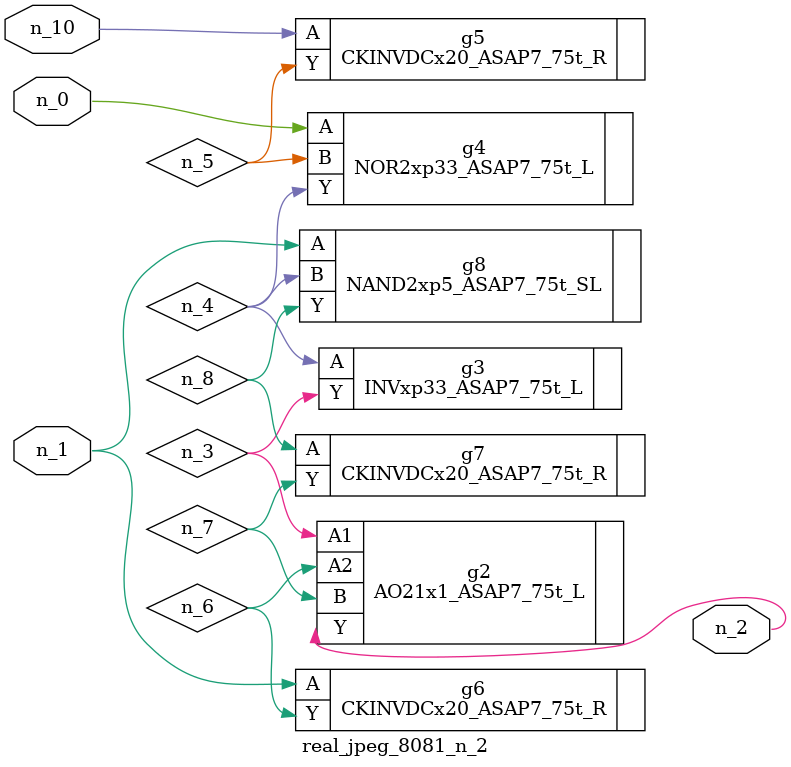
<source format=v>
module real_jpeg_8081_n_2 (n_1, n_10, n_0, n_2);

input n_1;
input n_10;
input n_0;

output n_2;

wire n_5;
wire n_4;
wire n_8;
wire n_6;
wire n_7;
wire n_3;

NOR2xp33_ASAP7_75t_L g4 ( 
.A(n_0),
.B(n_5),
.Y(n_4)
);

CKINVDCx20_ASAP7_75t_R g6 ( 
.A(n_1),
.Y(n_6)
);

NAND2xp5_ASAP7_75t_SL g8 ( 
.A(n_1),
.B(n_4),
.Y(n_8)
);

AO21x1_ASAP7_75t_L g2 ( 
.A1(n_3),
.A2(n_6),
.B(n_7),
.Y(n_2)
);

INVxp33_ASAP7_75t_L g3 ( 
.A(n_4),
.Y(n_3)
);

CKINVDCx20_ASAP7_75t_R g7 ( 
.A(n_8),
.Y(n_7)
);

CKINVDCx20_ASAP7_75t_R g5 ( 
.A(n_10),
.Y(n_5)
);


endmodule
</source>
